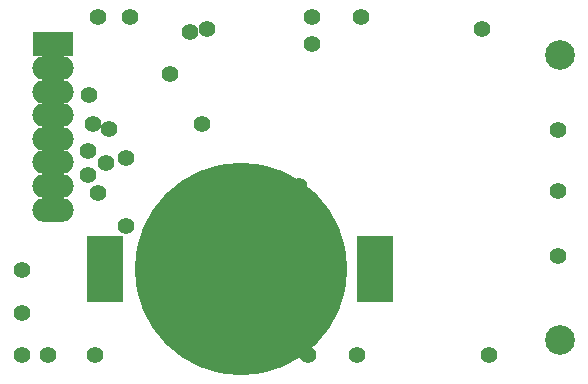
<source format=gbs>
G04 (created by PCBNEW-RS274X (2011-11-27 BZR 3249)-stable) date 19/07/2012 8:03:14 p.m.*
G01*
G70*
G90*
%MOIN*%
G04 Gerber Fmt 3.4, Leading zero omitted, Abs format*
%FSLAX34Y34*%
G04 APERTURE LIST*
%ADD10C,0.006000*%
%ADD11R,0.120000X0.220800*%
%ADD12C,0.708600*%
%ADD13C,0.098700*%
%ADD14O,0.138100X0.079100*%
%ADD15R,0.138100X0.079100*%
%ADD16C,0.055000*%
G04 APERTURE END LIST*
G54D10*
G54D11*
X22874Y-28622D03*
X31890Y-28622D03*
G54D12*
X27402Y-28622D03*
G54D13*
X38032Y-31019D03*
X38032Y-21491D03*
G54D14*
X21126Y-22725D03*
X21126Y-21938D03*
G54D15*
X21126Y-21150D03*
G54D14*
X21126Y-23512D03*
X21126Y-24300D03*
X21126Y-25087D03*
X21126Y-25874D03*
X21126Y-26661D03*
G54D16*
X26110Y-23799D03*
X23579Y-24945D03*
X23579Y-27209D03*
X23012Y-23957D03*
X22894Y-25091D03*
X29764Y-21142D03*
X22650Y-26118D03*
X26260Y-20630D03*
X22319Y-25500D03*
X22472Y-23811D03*
X22350Y-22846D03*
X22303Y-24720D03*
X20984Y-31495D03*
X20118Y-31496D03*
X25709Y-20748D03*
X20118Y-28661D03*
X29330Y-25866D03*
X29409Y-28464D03*
X22559Y-31495D03*
X29645Y-31495D03*
X37992Y-24015D03*
X31260Y-31495D03*
X20118Y-30118D03*
X37992Y-28188D03*
X37992Y-26023D03*
X31417Y-20236D03*
X35669Y-31495D03*
X22638Y-20236D03*
X29764Y-20236D03*
X23701Y-20236D03*
X35433Y-20629D03*
X25039Y-22126D03*
M02*

</source>
